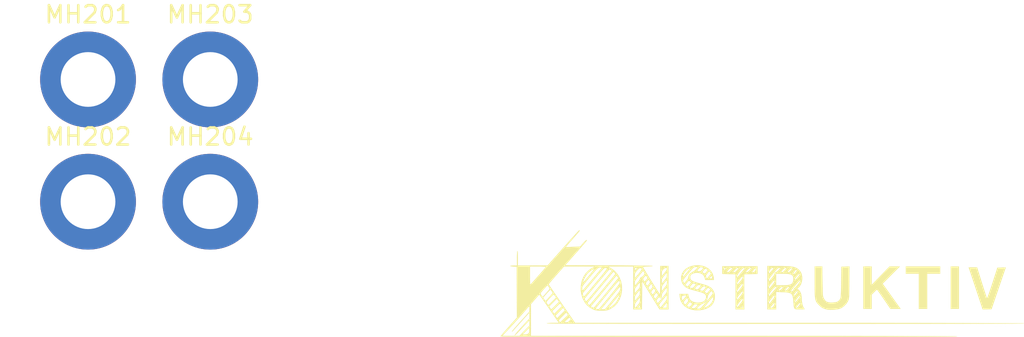
<source format=kicad_pcb>
(kicad_pcb (version 20171130) (host pcbnew 5.1.4-e60b266~84~ubuntu18.04.1)

  (general
    (thickness 1.6)
    (drawings 0)
    (tracks 0)
    (zones 0)
    (modules 5)
    (nets 1)
  )

  (page A4)
  (title_block
    (company "Konstruktiv GbR")
  )

  (layers
    (0 F.Cu signal)
    (31 B.Cu signal)
    (32 B.Adhes user)
    (33 F.Adhes user)
    (34 B.Paste user)
    (35 F.Paste user)
    (36 B.SilkS user)
    (37 F.SilkS user)
    (38 B.Mask user)
    (39 F.Mask user)
    (40 Dwgs.User user)
    (41 Cmts.User user)
    (42 Eco1.User user)
    (43 Eco2.User user)
    (44 Edge.Cuts user)
    (45 Margin user)
    (46 B.CrtYd user)
    (47 F.CrtYd user)
    (48 B.Fab user)
    (49 F.Fab user)
  )

  (setup
    (last_trace_width 0.25)
    (user_trace_width 0.2)
    (user_trace_width 0.3)
    (user_trace_width 0.5)
    (user_trace_width 0.7)
    (user_trace_width 1)
    (trace_clearance 0.2)
    (zone_clearance 0.508)
    (zone_45_only no)
    (trace_min 0.2)
    (via_size 0.8)
    (via_drill 0.4)
    (via_min_size 0.4)
    (via_min_drill 0.3)
    (uvia_size 0.3)
    (uvia_drill 0.1)
    (uvias_allowed no)
    (uvia_min_size 0.2)
    (uvia_min_drill 0.1)
    (edge_width 0.15)
    (segment_width 0.2)
    (pcb_text_width 0.3)
    (pcb_text_size 1.5 1.5)
    (mod_edge_width 0.15)
    (mod_text_size 1 1)
    (mod_text_width 0.15)
    (pad_size 1.524 1.524)
    (pad_drill 0.762)
    (pad_to_mask_clearance 0.051)
    (solder_mask_min_width 0.25)
    (aux_axis_origin 0 0)
    (visible_elements FFFFFF7F)
    (pcbplotparams
      (layerselection 0x010fc_ffffffff)
      (usegerberextensions false)
      (usegerberattributes false)
      (usegerberadvancedattributes false)
      (creategerberjobfile false)
      (excludeedgelayer true)
      (linewidth 0.100000)
      (plotframeref false)
      (viasonmask false)
      (mode 1)
      (useauxorigin false)
      (hpglpennumber 1)
      (hpglpenspeed 20)
      (hpglpendiameter 15.000000)
      (psnegative false)
      (psa4output false)
      (plotreference true)
      (plotvalue true)
      (plotinvisibletext false)
      (padsonsilk false)
      (subtractmaskfromsilk false)
      (outputformat 1)
      (mirror false)
      (drillshape 1)
      (scaleselection 1)
      (outputdirectory ""))
  )

  (net 0 "")

  (net_class Default "This is the default net class."
    (clearance 0.2)
    (trace_width 0.25)
    (via_dia 0.8)
    (via_drill 0.4)
    (uvia_dia 0.3)
    (uvia_drill 0.1)
  )

  (module Logos_k:K_Logo_31x7mm_KiCad_k (layer F.Cu) (tedit 0) (tstamp 5D7941D8)
    (at 263 159.5)
    (fp_text reference G*** (at 0 0) (layer F.SilkS) hide
      (effects (font (size 1.524 1.524) (thickness 0.3)))
    )
    (fp_text value LOGO (at 0.75 0) (layer F.SilkS) hide
      (effects (font (size 1.524 1.524) (thickness 0.3)))
    )
    (fp_poly (pts (xy 11.514667 1.495778) (xy 11.034889 1.495778) (xy 11.034889 -0.987777) (xy 11.514667 -0.987777)
      (xy 11.514667 1.495778)) (layer F.SilkS) (width 0.01))
    (fp_poly (pts (xy 10.414 -0.564444) (xy 9.652 -0.564444) (xy 9.652 1.495778) (xy 9.172222 1.495778)
      (xy 9.172222 -0.564444) (xy 8.410222 -0.564444) (xy 8.410222 -0.987777) (xy 10.414 -0.987777)
      (xy 10.414 -0.564444)) (layer F.SilkS) (width 0.01))
    (fp_poly (pts (xy 6.406444 0.092762) (xy 6.931212 -0.447507) (xy 7.45598 -0.987777) (xy 8.056856 -0.987777)
      (xy 7.553979 -0.484317) (xy 7.051101 0.019143) (xy 7.480735 0.623405) (xy 7.601961 0.793808)
      (xy 7.717666 0.95627) (xy 7.822196 1.102868) (xy 7.909899 1.225678) (xy 7.975123 1.316779)
      (xy 8.007477 1.361723) (xy 8.104585 1.495778) (xy 7.51033 1.495778) (xy 7.124714 0.931334)
      (xy 7.016771 0.774439) (xy 6.918913 0.634311) (xy 6.83571 0.51732) (xy 6.771731 0.429841)
      (xy 6.731546 0.378245) (xy 6.719974 0.366889) (xy 6.692274 0.385578) (xy 6.636754 0.434923)
      (xy 6.564661 0.504844) (xy 6.553647 0.515943) (xy 6.406444 0.664998) (xy 6.406444 1.495778)
      (xy 5.926667 1.495778) (xy 5.926667 -0.987777) (xy 6.406444 -0.987777) (xy 6.406444 0.092762)) (layer F.SilkS) (width 0.01))
    (fp_poly (pts (xy 12.852113 -0.049388) (xy 12.919666 0.164693) (xy 12.9826 0.362449) (xy 13.038743 0.537191)
      (xy 13.085925 0.682228) (xy 13.121976 0.790869) (xy 13.144726 0.856425) (xy 13.151167 0.872441)
      (xy 13.162748 0.864629) (xy 13.185608 0.817573) (xy 13.220372 0.729447) (xy 13.267667 0.598427)
      (xy 13.32812 0.422689) (xy 13.402357 0.200408) (xy 13.491004 -0.07024) (xy 13.594688 -0.39108)
      (xy 13.714036 -0.763935) (xy 13.726914 -0.804333) (xy 13.762888 -0.917222) (xy 14.007555 -0.925376)
      (xy 14.116917 -0.928158) (xy 14.200739 -0.928645) (xy 14.246294 -0.926837) (xy 14.250951 -0.925376)
      (xy 14.241849 -0.897847) (xy 14.216291 -0.822265) (xy 14.176103 -0.703981) (xy 14.123105 -0.548344)
      (xy 14.059123 -0.360705) (xy 13.985978 -0.146414) (xy 13.905494 0.089178) (xy 13.834674 0.296334)
      (xy 13.419667 1.509889) (xy 13.161343 1.517968) (xy 12.90302 1.526046) (xy 12.493338 0.297357)
      (xy 12.083656 -0.931333) (xy 12.57496 -0.931333) (xy 12.852113 -0.049388)) (layer F.SilkS) (width 0.01))
    (fp_poly (pts (xy 0.924278 -1.015786) (xy 1.201422 -1.013867) (xy 1.429089 -1.007494) (xy 1.614152 -0.995428)
      (xy 1.763487 -0.97643) (xy 1.883968 -0.949261) (xy 1.98247 -0.912682) (xy 2.065868 -0.865454)
      (xy 2.141037 -0.806338) (xy 2.154529 -0.794055) (xy 2.259826 -0.668586) (xy 2.32281 -0.522)
      (xy 2.34786 -0.343082) (xy 2.348716 -0.296561) (xy 2.328988 -0.108969) (xy 2.273181 0.059124)
      (xy 2.186358 0.195156) (xy 2.127907 0.251216) (xy 2.05261 0.310445) (xy 2.130517 0.371727)
      (xy 2.223975 0.479467) (xy 2.286136 0.626254) (xy 2.312873 0.801659) (xy 2.313602 0.834428)
      (xy 2.322242 1.007732) (xy 2.344999 1.170409) (xy 2.379022 1.308021) (xy 2.421457 1.40613)
      (xy 2.428713 1.417024) (xy 2.466132 1.473326) (xy 2.483418 1.507473) (xy 2.483556 1.508746)
      (xy 2.45733 1.51516) (xy 2.386632 1.520244) (xy 2.283431 1.52335) (xy 2.202326 1.524)
      (xy 2.074924 1.52306) (xy 1.98371 1.51479) (xy 1.92189 1.491022) (xy 1.882669 1.443583)
      (xy 1.875163 1.418167) (xy 1.976163 1.418167) (xy 1.991451 1.442086) (xy 2.032643 1.42892)
      (xy 2.088915 1.384444) (xy 2.134909 1.3335) (xy 2.2026 1.246008) (xy 2.239398 1.190209)
      (xy 2.251188 1.154981) (xy 2.243853 1.1292) (xy 2.243385 1.128433) (xy 2.220025 1.135901)
      (xy 2.173208 1.175498) (xy 2.114285 1.234918) (xy 2.054605 1.301855) (xy 2.005518 1.364003)
      (xy 1.978373 1.409055) (xy 1.976163 1.418167) (xy 1.875163 1.418167) (xy 1.859254 1.364305)
      (xy 1.844851 1.245016) (xy 1.833226 1.085348) (xy 1.919111 1.085348) (xy 1.921596 1.11327)
      (xy 1.933082 1.119608) (xy 1.959618 1.099171) (xy 2.007252 1.046769) (xy 2.082034 0.95721)
      (xy 2.114419 0.91774) (xy 2.182031 0.82726) (xy 2.221411 0.757705) (xy 2.229603 0.716125)
      (xy 2.203649 0.709566) (xy 2.201474 0.71026) (xy 2.16125 0.740846) (xy 2.10331 0.80415)
      (xy 2.03889 0.885243) (xy 1.979228 0.9692) (xy 1.93556 1.041093) (xy 1.919111 1.085348)
      (xy 1.833226 1.085348) (xy 1.832808 1.079615) (xy 1.816645 0.897825) (xy 1.791502 0.760908)
      (xy 1.751682 0.66644) (xy 1.868063 0.66644) (xy 1.868487 0.69772) (xy 1.881481 0.714963)
      (xy 1.895783 0.728023) (xy 1.910292 0.726599) (xy 1.934896 0.70227) (xy 1.97948 0.646612)
      (xy 2.014512 0.601635) (xy 2.072723 0.514177) (xy 2.091384 0.459387) (xy 2.075254 0.442237)
      (xy 2.029094 0.467701) (xy 1.957661 0.540752) (xy 1.957003 0.541538) (xy 1.895804 0.618431)
      (xy 1.868063 0.66644) (xy 1.751682 0.66644) (xy 1.749895 0.662201) (xy 1.684338 0.595042)
      (xy 1.587348 0.552766) (xy 1.451439 0.528712) (xy 1.269126 0.516216) (xy 1.196829 0.51347)
      (xy 0.818444 0.500637) (xy 0.818444 1.524) (xy 0.310444 1.524) (xy 0.310444 1.418167)
      (xy 0.480358 1.418167) (xy 0.498468 1.441768) (xy 0.544681 1.435191) (xy 0.603483 1.404084)
      (xy 0.659359 1.354097) (xy 0.660713 1.352502) (xy 0.708273 1.277139) (xy 0.732041 1.20242)
      (xy 0.732693 1.190224) (xy 0.729893 1.152803) (xy 0.717441 1.143865) (xy 0.687096 1.16769)
      (xy 0.630616 1.22856) (xy 0.606274 1.255889) (xy 0.542614 1.330416) (xy 0.497299 1.388908)
      (xy 0.480358 1.418167) (xy 0.310444 1.418167) (xy 0.310444 1.139087) (xy 0.395111 1.139087)
      (xy 0.397883 1.194035) (xy 0.403593 1.213556) (xy 0.424 1.193285) (xy 0.471573 1.138975)
      (xy 0.53787 1.06038) (xy 0.57478 1.01578) (xy 0.658774 0.908377) (xy 0.70803 0.830499)
      (xy 0.728148 0.772195) (xy 0.728575 0.74257) (xy 0.722035 0.710004) (xy 0.707926 0.701893)
      (xy 0.679247 0.723281) (xy 0.628991 0.779215) (xy 0.557389 0.865877) (xy 0.4621 0.992514)
      (xy 0.407884 1.08825) (xy 0.395111 1.139087) (xy 0.310444 1.139087) (xy 0.310444 0.689082)
      (xy 0.395111 0.689082) (xy 0.398151 0.743306) (xy 0.404235 0.762) (xy 0.424938 0.741782)
      (xy 0.473939 0.687038) (xy 0.543435 0.606635) (xy 0.609076 0.529167) (xy 0.667496 0.459713)
      (xy 1.690086 0.459713) (xy 1.695163 0.480845) (xy 1.696283 0.481601) (xy 1.736666 0.477728)
      (xy 1.788112 0.440215) (xy 1.834667 0.384983) (xy 1.860375 0.32795) (xy 1.861652 0.316615)
      (xy 1.885324 0.275578) (xy 1.903933 0.264616) (xy 1.947868 0.232261) (xy 2.009882 0.167906)
      (xy 2.080264 0.084169) (xy 2.149304 -0.006332) (xy 2.207291 -0.090978) (xy 2.244516 -0.157152)
      (xy 2.252757 -0.188671) (xy 2.235887 -0.193485) (xy 2.192775 -0.160347) (xy 2.121322 -0.087188)
      (xy 2.019427 0.028062) (xy 1.950193 0.109493) (xy 1.836305 0.246867) (xy 1.757258 0.347706)
      (xy 1.709651 0.416994) (xy 1.690086 0.459713) (xy 0.667496 0.459713) (xy 0.715701 0.402404)
      (xy 0.715898 0.402167) (xy 0.960383 0.402167) (xy 0.977305 0.427038) (xy 1.022457 0.419683)
      (xy 1.023894 0.418873) (xy 1.339328 0.418873) (xy 1.368076 0.423303) (xy 1.378912 0.423334)
      (xy 1.429273 0.402702) (xy 1.492722 0.350395) (xy 1.522718 0.3175) (xy 1.572447 0.252188)
      (xy 1.585788 0.217045) (xy 1.566348 0.20241) (xy 1.56575 0.202281) (xy 1.506941 0.211686)
      (xy 1.440185 0.266783) (xy 1.37965 0.343216) (xy 1.343143 0.396909) (xy 1.339328 0.418873)
      (xy 1.023894 0.418873) (xy 1.082378 0.38593) (xy 1.143611 0.331606) (xy 1.155899 0.3175)
      (xy 1.206093 0.254119) (xy 1.222203 0.221229) (xy 1.207481 0.206987) (xy 1.18739 0.202808)
      (xy 1.139848 0.217404) (xy 1.075924 0.261366) (xy 1.013369 0.319104) (xy 0.969934 0.375029)
      (xy 0.960383 0.402167) (xy 0.715898 0.402167) (xy 0.790281 0.312761) (xy 0.836722 0.253842)
      (xy 0.85893 0.219252) (xy 0.86081 0.202594) (xy 0.846269 0.197474) (xy 0.819211 0.197496)
      (xy 0.811585 0.197556) (xy 0.758412 0.219697) (xy 0.686182 0.278112) (xy 0.605071 0.360792)
      (xy 0.525256 0.455728) (xy 0.456913 0.550908) (xy 0.410218 0.634322) (xy 0.395111 0.689082)
      (xy 0.310444 0.689082) (xy 0.310444 0.232834) (xy 0.395575 0.232834) (xy 0.39912 0.289209)
      (xy 0.407455 0.310445) (xy 0.43001 0.290422) (xy 0.479614 0.236975) (xy 0.547178 0.160039)
      (xy 0.576788 0.125394) (xy 0.669543 0.006784) (xy 0.720334 -0.081806) (xy 0.73255 -0.135661)
      (xy 0.729311 -0.16891) (xy 0.716214 -0.177407) (xy 0.686052 -0.156566) (xy 0.631616 -0.101801)
      (xy 0.563681 -0.028222) (xy 0.468901 0.083017) (xy 0.414366 0.166618) (xy 0.395656 0.229446)
      (xy 0.395575 0.232834) (xy 0.310444 0.232834) (xy 0.310444 -0.18928) (xy 0.395111 -0.18928)
      (xy 0.401226 -0.136737) (xy 0.41633 -0.12638) (xy 0.418374 -0.128411) (xy 0.446801 -0.161552)
      (xy 0.501206 -0.225259) (xy 0.570986 -0.307112) (xy 0.587708 -0.326745) (xy 0.680404 -0.447587)
      (xy 0.72753 -0.538647) (xy 0.732129 -0.564444) (xy 0.818444 -0.564444) (xy 0.818444 0.112889)
      (xy 1.164167 0.112732) (xy 1.308833 0.110368) (xy 1.442373 0.104061) (xy 1.549334 0.094793)
      (xy 1.611491 0.084351) (xy 1.722095 0.034153) (xy 1.791021 -0.047648) (xy 1.824638 -0.169166)
      (xy 1.826926 -0.190214) (xy 1.828653 -0.247429) (xy 1.919111 -0.247429) (xy 1.924909 -0.210002)
      (xy 1.945684 -0.206241) (xy 1.986509 -0.239606) (xy 2.052456 -0.313557) (xy 2.099291 -0.370345)
      (xy 2.176943 -0.474015) (xy 2.211668 -0.541149) (xy 2.208925 -0.568141) (xy 2.178279 -0.56332)
      (xy 2.126302 -0.524128) (xy 2.063843 -0.462568) (xy 2.001747 -0.390644) (xy 1.950863 -0.320359)
      (xy 1.922036 -0.263718) (xy 1.919111 -0.247429) (xy 1.828653 -0.247429) (xy 1.830547 -0.310129)
      (xy 1.81252 -0.402186) (xy 1.767115 -0.46981) (xy 1.688598 -0.516424) (xy 1.571237 -0.545451)
      (xy 1.409299 -0.560317) (xy 1.200351 -0.564444) (xy 0.818444 -0.564444) (xy 0.732129 -0.564444)
      (xy 0.732413 -0.56604) (xy 1.82178 -0.56604) (xy 1.842705 -0.538161) (xy 1.857277 -0.536731)
      (xy 1.885002 -0.556953) (xy 1.934311 -0.608038) (xy 1.967729 -0.646803) (xy 2.020364 -0.716231)
      (xy 2.037015 -0.758726) (xy 2.022369 -0.786495) (xy 2.021618 -0.787127) (xy 1.989976 -0.795237)
      (xy 1.947764 -0.76638) (xy 1.893869 -0.70504) (xy 1.839345 -0.624013) (xy 1.82178 -0.56604)
      (xy 0.732413 -0.56604) (xy 0.733778 -0.573689) (xy 0.744224 -0.630301) (xy 0.78455 -0.648646)
      (xy 0.798357 -0.649111) (xy 0.831942 -0.662252) (xy 1.110446 -0.662252) (xy 1.133371 -0.650067)
      (xy 1.164367 -0.649111) (xy 1.228523 -0.669586) (xy 1.229315 -0.670277) (xy 1.496541 -0.670277)
      (xy 1.51312 -0.644835) (xy 1.557445 -0.65257) (xy 1.61663 -0.687478) (xy 1.677791 -0.743553)
      (xy 1.693319 -0.761981) (xy 1.743929 -0.831175) (xy 1.759298 -0.870277) (xy 1.74329 -0.889899)
      (xy 1.740352 -0.891107) (xy 1.702375 -0.880285) (xy 1.643852 -0.839698) (xy 1.580072 -0.783193)
      (xy 1.526322 -0.724616) (xy 1.497889 -0.677816) (xy 1.496541 -0.670277) (xy 1.229315 -0.670277)
      (xy 1.303162 -0.734657) (xy 1.339045 -0.776111) (xy 1.395925 -0.847052) (xy 1.419619 -0.884988)
      (xy 1.413124 -0.900234) (xy 1.379439 -0.903106) (xy 1.375947 -0.903111) (xy 1.304191 -0.878001)
      (xy 1.216836 -0.801831) (xy 1.131077 -0.6985) (xy 1.110446 -0.662252) (xy 0.831942 -0.662252)
      (xy 0.863964 -0.674781) (xy 0.946091 -0.749618) (xy 0.969095 -0.776111) (xy 1.075254 -0.903111)
      (xy 0.996238 -0.901473) (xy 0.958187 -0.893741) (xy 0.914544 -0.867893) (xy 0.85845 -0.817615)
      (xy 0.783047 -0.736592) (xy 0.681477 -0.618511) (xy 0.656167 -0.588397) (xy 0.547244 -0.455842)
      (xy 0.471756 -0.356816) (xy 0.424637 -0.283574) (xy 0.40082 -0.228372) (xy 0.395111 -0.18928)
      (xy 0.310444 -0.18928) (xy 0.310444 -0.629827) (xy 0.395422 -0.629827) (xy 0.397508 -0.59145)
      (xy 0.40864 -0.580012) (xy 0.436726 -0.599792) (xy 0.489673 -0.655071) (xy 0.535312 -0.705555)
      (xy 0.603136 -0.783482) (xy 0.653138 -0.845686) (xy 0.675695 -0.880113) (xy 0.676111 -0.881944)
      (xy 0.653046 -0.898125) (xy 0.610127 -0.903111) (xy 0.544626 -0.878687) (xy 0.47822 -0.816873)
      (xy 0.424408 -0.734853) (xy 0.396691 -0.64981) (xy 0.395422 -0.629827) (xy 0.310444 -0.629827)
      (xy 0.310444 -1.016) (xy 0.924278 -1.015786)) (layer F.SilkS) (width 0.01))
    (fp_poly (pts (xy -0.268111 -0.550333) (xy -0.656167 -0.542481) (xy -1.044222 -0.534629) (xy -1.044222 1.524)
      (xy -1.552222 1.524) (xy -1.552222 1.414567) (xy -1.213556 1.414567) (xy -1.190646 1.436555)
      (xy -1.171222 1.439334) (xy -1.136832 1.415488) (xy -1.128889 1.379434) (xy -1.135068 1.338663)
      (xy -1.161409 1.346852) (xy -1.171222 1.354667) (xy -1.2067 1.395407) (xy -1.213556 1.414567)
      (xy -1.552222 1.414567) (xy -1.552222 1.338524) (xy -1.467556 1.338524) (xy -1.463906 1.39259)
      (xy -1.456647 1.411112) (xy -1.435187 1.390777) (xy -1.386919 1.33634) (xy -1.320447 1.257649)
      (xy -1.285299 1.215007) (xy -1.201576 1.10707) (xy -1.152924 1.028753) (xy -1.133912 0.970359)
      (xy -1.13393 0.944709) (xy -1.140686 0.91283) (xy -1.155253 0.90549) (xy -1.184649 0.92775)
      (xy -1.235895 0.98467) (xy -1.305278 1.068226) (xy -1.39733 1.189711) (xy -1.452287 1.283759)
      (xy -1.467556 1.338524) (xy -1.552222 1.338524) (xy -1.552222 0.907276) (xy -1.467556 0.907276)
      (xy -1.465694 0.944825) (xy -1.455638 0.957846) (xy -1.430677 0.941702) (xy -1.384105 0.891756)
      (xy -1.309211 0.803369) (xy -1.298222 0.790223) (xy -1.210557 0.677475) (xy -1.1524 0.585831)
      (xy -1.129096 0.523838) (xy -1.128889 0.519553) (xy -1.133272 0.467687) (xy -1.141233 0.451556)
      (xy -1.163787 0.471579) (xy -1.213392 0.525026) (xy -1.280956 0.601962) (xy -1.310566 0.636606)
      (xy -1.397607 0.746289) (xy -1.44782 0.828815) (xy -1.466948 0.894089) (xy -1.467556 0.907276)
      (xy -1.552222 0.907276) (xy -1.552222 0.461753) (xy -1.467556 0.461753) (xy -1.464783 0.516701)
      (xy -1.459073 0.536223) (xy -1.438667 0.515952) (xy -1.391094 0.461641) (xy -1.324796 0.383046)
      (xy -1.287887 0.338446) (xy -1.203892 0.231043) (xy -1.154637 0.153166) (xy -1.134519 0.094862)
      (xy -1.134091 0.065237) (xy -1.140632 0.03267) (xy -1.15474 0.024559) (xy -1.18342 0.045948)
      (xy -1.233675 0.101881) (xy -1.305278 0.188543) (xy -1.400566 0.315181) (xy -1.454782 0.410917)
      (xy -1.467556 0.461753) (xy -1.552222 0.461753) (xy -1.552222 0.019823) (xy -1.466872 0.019823)
      (xy -1.466871 0.019943) (xy -1.464396 0.056337) (xy -1.452751 0.067165) (xy -1.42436 0.048001)
      (xy -1.371646 -0.005583) (xy -1.312019 -0.070555) (xy -1.237021 -0.158039) (xy -1.177314 -0.237154)
      (xy -1.143683 -0.293368) (xy -1.140871 -0.301156) (xy -1.126346 -0.377498) (xy -1.138664 -0.406409)
      (xy -1.178534 -0.387687) (xy -1.24666 -0.321125) (xy -1.305278 -0.253491) (xy -1.397723 -0.134387)
      (xy -1.450388 -0.045312) (xy -1.466872 0.019823) (xy -1.552222 0.019823) (xy -1.552222 -0.411041)
      (xy -1.466541 -0.411041) (xy -1.465526 -0.324555) (xy -1.403041 -0.399503) (xy -1.357548 -0.454111)
      (xy -1.287679 -0.538029) (xy -1.205157 -0.637174) (xy -1.195224 -0.649111) (xy -0.966864 -0.649111)
      (xy -0.896054 -0.649111) (xy -0.59651 -0.649111) (xy -0.525633 -0.649111) (xy -0.451632 -0.673179)
      (xy -0.410823 -0.711835) (xy -0.376696 -0.786097) (xy -0.366889 -0.843209) (xy -0.369458 -0.889946)
      (xy -0.386647 -0.891823) (xy -0.426379 -0.858096) (xy -0.486853 -0.794793) (xy -0.54119 -0.726722)
      (xy -0.59651 -0.649111) (xy -0.896054 -0.649111) (xy -0.832953 -0.66889) (xy -0.759553 -0.732108)
      (xy -0.719347 -0.778344) (xy -0.61345 -0.907578) (xy -0.69141 -0.898289) (xy -0.771373 -0.863072)
      (xy -0.860959 -0.777627) (xy -0.868117 -0.769055) (xy -0.966864 -0.649111) (xy -1.195224 -0.649111)
      (xy -1.162212 -0.68878) (xy -1.082001 -0.786314) (xy -1.034614 -0.848742) (xy -1.016165 -0.883834)
      (xy -1.022767 -0.899359) (xy -1.050536 -0.903087) (xy -1.055011 -0.903111) (xy -1.113144 -0.880509)
      (xy -1.188509 -0.820884) (xy -1.270845 -0.736508) (xy -1.349889 -0.639653) (xy -1.415376 -0.54259)
      (xy -1.457045 -0.45759) (xy -1.466541 -0.411041) (xy -1.552222 -0.411041) (xy -1.552222 -0.534629)
      (xy -1.940278 -0.542481) (xy -2.328333 -0.550333) (xy -2.328333 -0.672985) (xy -2.054138 -0.672985)
      (xy -2.045151 -0.654081) (xy -2.004049 -0.649965) (xy -1.996722 -0.650036) (xy -1.963862 -0.663141)
      (xy -1.693333 -0.663141) (xy -1.669217 -0.652392) (xy -1.626178 -0.649111) (xy -1.558707 -0.674198)
      (xy -1.476526 -0.75066) (xy -1.454955 -0.776111) (xy -1.397866 -0.847131) (xy -1.373893 -0.885043)
      (xy -1.38018 -0.900237) (xy -1.413871 -0.903102) (xy -1.420049 -0.903111) (xy -1.492582 -0.877388)
      (xy -1.579656 -0.80272) (xy -1.591272 -0.790141) (xy -1.648022 -0.724939) (xy -1.685078 -0.67779)
      (xy -1.693333 -0.663141) (xy -1.963862 -0.663141) (xy -1.935359 -0.674508) (xy -1.857517 -0.741599)
      (xy -1.82542 -0.777036) (xy -1.717618 -0.903111) (xy -1.797198 -0.902602) (xy -1.866383 -0.884848)
      (xy -1.937616 -0.826692) (xy -1.9685 -0.791611) (xy -2.029193 -0.715791) (xy -2.054138 -0.672985)
      (xy -2.328333 -0.672985) (xy -2.328333 -0.83089) (xy -2.229556 -0.83089) (xy -2.219015 -0.782169)
      (xy -2.191122 -0.783883) (xy -2.151474 -0.834895) (xy -2.144048 -0.848238) (xy -2.129799 -0.890159)
      (xy -2.158132 -0.902771) (xy -2.172118 -0.903111) (xy -2.21664 -0.887492) (xy -2.229552 -0.832356)
      (xy -2.229556 -0.83089) (xy -2.328333 -0.83089) (xy -2.328333 -1.001888) (xy -0.268111 -1.001888)
      (xy -0.268111 -0.550333)) (layer F.SilkS) (width 0.01))
    (fp_poly (pts (xy 5.102584 -0.050553) (xy 5.100173 0.204887) (xy 5.09773 0.410456) (xy 5.094798 0.572726)
      (xy 5.090919 0.698268) (xy 5.085635 0.793654) (xy 5.078489 0.865456) (xy 5.069024 0.920246)
      (xy 5.056781 0.964595) (xy 5.041303 1.005076) (xy 5.026778 1.037998) (xy 4.936706 1.18389)
      (xy 4.809848 1.319185) (xy 4.663602 1.427656) (xy 4.55067 1.482002) (xy 4.450703 1.507232)
      (xy 4.313413 1.527526) (xy 4.157875 1.540172) (xy 4.134556 1.541225) (xy 3.984834 1.544508)
      (xy 3.870883 1.538929) (xy 3.772438 1.522401) (xy 3.671209 1.493481) (xy 3.55605 1.448507)
      (xy 3.460304 1.390256) (xy 3.361252 1.304093) (xy 3.331424 1.274579) (xy 3.266897 1.207921)
      (xy 3.214273 1.146415) (xy 3.17234 1.083588) (xy 3.139885 1.012967) (xy 3.115696 0.928078)
      (xy 3.098559 0.82245) (xy 3.087264 0.689608) (xy 3.080597 0.52308) (xy 3.077346 0.316393)
      (xy 3.076299 0.063074) (xy 3.076222 -0.087907) (xy 3.076222 -0.987777) (xy 3.520482 -0.987777)
      (xy 3.532874 -0.117813) (xy 3.536477 0.126948) (xy 3.53991 0.32209) (xy 3.543723 0.474432)
      (xy 3.548466 0.590796) (xy 3.55469 0.678003) (xy 3.562945 0.742871) (xy 3.573782 0.792223)
      (xy 3.58775 0.832878) (xy 3.605401 0.871657) (xy 3.614132 0.8892) (xy 3.67951 0.995359)
      (xy 3.757075 1.066388) (xy 3.858111 1.107506) (xy 3.993904 1.123933) (xy 4.120444 1.123368)
      (xy 4.273639 1.111475) (xy 4.384749 1.084355) (xy 4.467437 1.035636) (xy 4.535364 0.95895)
      (xy 4.562562 0.917223) (xy 4.577102 0.888955) (xy 4.588899 0.852472) (xy 4.598372 0.801503)
      (xy 4.605939 0.729778) (xy 4.612018 0.631026) (xy 4.617027 0.498978) (xy 4.621385 0.327363)
      (xy 4.625509 0.109912) (xy 4.628444 -0.070555) (xy 4.642556 -0.973666) (xy 4.876806 -0.981886)
      (xy 5.111057 -0.990106) (xy 5.102584 -0.050553)) (layer F.SilkS) (width 0.01))
    (fp_poly (pts (xy -3.5167 -1.033567) (xy -3.313924 -0.966678) (xy -3.138257 -0.864434) (xy -2.995792 -0.730616)
      (xy -2.89262 -0.569006) (xy -2.834832 -0.383384) (xy -2.827989 -0.331611) (xy -2.815041 -0.197555)
      (xy -3.323521 -0.197555) (xy -3.354808 -0.321806) (xy -3.395711 -0.416108) (xy -3.283958 -0.416108)
      (xy -3.269028 -0.365394) (xy -3.236086 -0.270897) (xy -3.226121 -0.282222) (xy -3.080066 -0.282222)
      (xy -2.99294 -0.282222) (xy -2.933494 -0.286974) (xy -2.91635 -0.311794) (xy -2.924433 -0.359833)
      (xy -2.941807 -0.424202) (xy -2.959585 -0.439731) (xy -2.990432 -0.407587) (xy -3.018621 -0.368513)
      (xy -3.080066 -0.282222) (xy -3.226121 -0.282222) (xy -3.113821 -0.409842) (xy -3.051322 -0.483529)
      (xy -3.00725 -0.540572) (xy -2.991556 -0.5676) (xy -3.007567 -0.600989) (xy -3.042933 -0.649862)
      (xy -3.094311 -0.71331) (xy -3.19814 -0.5866) (xy -3.256068 -0.512401) (xy -3.282674 -0.461814)
      (xy -3.283958 -0.416108) (xy -3.395711 -0.416108) (xy -3.408125 -0.444728) (xy -3.471182 -0.517652)
      (xy -3.580897 -0.57925) (xy -3.717715 -0.612145) (xy -3.863827 -0.616257) (xy -4.001424 -0.591506)
      (xy -4.112698 -0.537812) (xy -4.13348 -0.520635) (xy -4.183108 -0.462671) (xy -4.200943 -0.397753)
      (xy -4.199671 -0.332382) (xy -4.188491 -0.265989) (xy -4.161135 -0.211088) (xy -4.11081 -0.163774)
      (xy -4.030721 -0.120138) (xy -3.914076 -0.076274) (xy -3.754079 -0.028275) (xy -3.597783 0.013774)
      (xy -3.383829 0.073469) (xy -3.217229 0.130016) (xy -3.089464 0.188286) (xy -2.992016 0.253152)
      (xy -2.916367 0.329486) (xy -2.853999 0.422159) (xy -2.840234 0.447049) (xy -2.789284 0.557777)
      (xy -2.765431 0.661236) (xy -2.760487 0.774455) (xy -2.785204 0.983243) (xy -2.857083 1.161101)
      (xy -2.976597 1.308821) (xy -3.144221 1.427196) (xy -3.154424 1.432649) (xy -3.386278 1.524808)
      (xy -3.640093 1.572598) (xy -3.900874 1.574313) (xy -4.106333 1.540899) (xy -4.294922 1.474612)
      (xy -3.808797 1.474612) (xy -3.785808 1.489861) (xy -3.726628 1.491321) (xy -3.649731 1.47927)
      (xy -3.621671 1.471798) (xy -3.587033 1.445502) (xy -3.572525 1.430921) (xy -3.412151 1.430921)
      (xy -3.397604 1.436553) (xy -3.358444 1.426043) (xy -3.291228 1.399348) (xy -3.203865 1.356228)
      (xy -3.166755 1.335738) (xy -3.052282 1.24902) (xy -2.953332 1.135869) (xy -2.884073 1.01449)
      (xy -2.862597 0.944931) (xy -2.849902 0.859298) (xy -2.853226 0.812162) (xy -2.875922 0.804958)
      (xy -2.921345 0.839123) (xy -2.992848 0.916092) (xy -3.093787 1.037302) (xy -3.101995 1.047424)
      (xy -3.194176 1.161069) (xy -3.276879 1.262741) (xy -3.341873 1.34234) (xy -3.380925 1.389766)
      (xy -3.384217 1.393696) (xy -3.412151 1.430921) (xy -3.572525 1.430921) (xy -3.525191 1.383351)
      (xy -3.443066 1.293641) (xy -3.347575 1.184665) (xy -3.245637 1.064716) (xy -3.14417 0.942088)
      (xy -3.050094 0.825074) (xy -2.970328 0.721969) (xy -2.911789 0.641066) (xy -2.881397 0.590658)
      (xy -2.878667 0.581139) (xy -2.891891 0.537607) (xy -2.921901 0.488735) (xy -2.954201 0.454624)
      (xy -2.972076 0.4516) (xy -3.081084 0.575838) (xy -3.149397 0.678934) (xy -3.183012 0.77146)
      (xy -3.189111 0.834244) (xy -3.215662 0.96236) (xy -3.289106 1.073933) (xy -3.400134 1.157624)
      (xy -3.481006 1.189763) (xy -3.552746 1.223241) (xy -3.635789 1.280459) (xy -3.715658 1.348836)
      (xy -3.777873 1.41579) (xy -3.807955 1.468738) (xy -3.808797 1.474612) (xy -4.294922 1.474612)
      (xy -4.333993 1.460879) (xy -4.400932 1.419012) (xy -4.11977 1.419012) (xy -4.10674 1.439417)
      (xy -4.0964 1.444406) (xy -4.007297 1.464853) (xy -3.930424 1.44092) (xy -3.852512 1.367985)
      (xy -3.842683 1.355995) (xy -3.75303 1.244434) (xy -3.853232 1.225636) (xy -3.916848 1.218664)
      (xy -3.964194 1.233432) (xy -4.015453 1.279299) (xy -4.048172 1.316031) (xy -4.101698 1.381743)
      (xy -4.11977 1.419012) (xy -4.400932 1.419012) (xy -4.520726 1.344088) (xy -4.554539 1.308489)
      (xy -4.389804 1.308489) (xy -4.373308 1.333871) (xy -4.357684 1.345983) (xy -4.29 1.379039)
      (xy -4.228844 1.365611) (xy -4.162316 1.305278) (xy -4.116809 1.246117) (xy -4.09377 1.201618)
      (xy -4.093114 1.197158) (xy -4.112722 1.167321) (xy -4.15832 1.132203) (xy -4.208087 1.105628)
      (xy -4.240203 1.101423) (xy -4.241763 1.102976) (xy -4.263239 1.130208) (xy -4.30734 1.184953)
      (xy -4.329217 1.211928) (xy -4.376269 1.273312) (xy -4.389804 1.308489) (xy -4.554539 1.308489)
      (xy -4.664579 1.192637) (xy -4.70767 1.112556) (xy -4.59938 1.112556) (xy -4.582923 1.150745)
      (xy -4.545036 1.1991) (xy -4.505419 1.234608) (xy -4.490015 1.240322) (xy -4.464269 1.219298)
      (xy -4.416849 1.167139) (xy -4.383309 1.126568) (xy -4.331328 1.058807) (xy -4.310765 1.014938)
      (xy -4.31735 0.975121) (xy -4.340976 0.929873) (xy -4.388556 0.845476) (xy -4.493547 0.966016)
      (xy -4.551171 1.036288) (xy -4.589663 1.091092) (xy -4.59938 1.112556) (xy -4.70767 1.112556)
      (xy -4.763593 1.008632) (xy -4.798789 0.86409) (xy -4.703278 0.86409) (xy -4.693267 0.932756)
      (xy -4.673485 0.979388) (xy -4.658788 0.987778) (xy -4.629451 0.967599) (xy -4.578183 0.915468)
      (xy -4.533066 0.863084) (xy -4.47758 0.79272) (xy -4.440471 0.740588) (xy -4.430889 0.721973)
      (xy -4.454753 0.706774) (xy -4.512682 0.703976) (xy -4.584185 0.711513) (xy -4.64877 0.727314)
      (xy -4.684632 0.74758) (xy -4.701179 0.79512) (xy -4.703278 0.86409) (xy -4.798789 0.86409)
      (xy -4.815812 0.794181) (xy -4.818095 0.773993) (xy -4.833897 0.620889) (xy -4.322961 0.620889)
      (xy -4.304681 0.729088) (xy -4.255312 0.884971) (xy -4.165991 1.001987) (xy -4.035946 1.080685)
      (xy -3.864405 1.121616) (xy -3.745376 1.128269) (xy -3.564923 1.11192) (xy -3.425814 1.062624)
      (xy -3.330317 0.981956) (xy -3.280698 0.871487) (xy -3.273778 0.80115) (xy -3.279515 0.732006)
      (xy -3.301079 0.675118) (xy -3.344996 0.626576) (xy -3.417794 0.582468) (xy -3.526001 0.538882)
      (xy -3.676145 0.491909) (xy -3.694851 0.486797) (xy -3.367525 0.486797) (xy -3.299485 0.539899)
      (xy -3.231444 0.593001) (xy -3.123248 0.473652) (xy -3.015051 0.354303) (xy -3.076985 0.304152)
      (xy -3.12793 0.26771) (xy -3.15696 0.254509) (xy -3.18361 0.274735) (xy -3.232697 0.326133)
      (xy -3.271262 0.370908) (xy -3.367525 0.486797) (xy -3.694851 0.486797) (xy -3.874752 0.437636)
      (xy -3.884905 0.434966) (xy -4.032666 0.395161) (xy -3.645449 0.395161) (xy -3.579558 0.42157)
      (xy -3.515616 0.442876) (xy -3.468901 0.439419) (xy -3.422054 0.404327) (xy -3.361472 0.335258)
      (xy -3.307193 0.26445) (xy -3.288786 0.222127) (xy -3.301812 0.197265) (xy -3.305027 0.195088)
      (xy -3.386815 0.169323) (xy -3.468966 0.19742) (xy -3.554604 0.280466) (xy -3.55602 0.282247)
      (xy -3.645449 0.395161) (xy -4.032666 0.395161) (xy -4.069869 0.385139) (xy -4.209916 0.343511)
      (xy -4.303633 0.309946) (xy -3.918806 0.309946) (xy -3.891658 0.34125) (xy -3.8735 0.347435)
      (xy -3.809241 0.359358) (xy -3.760661 0.34895) (xy -3.710056 0.308095) (xy -3.65592 0.247685)
      (xy -3.599626 0.178797) (xy -3.5777 0.139436) (xy -3.585843 0.118009) (xy -3.604332 0.108558)
      (xy -3.691574 0.08884) (xy -3.765464 0.111874) (xy -3.837793 0.176389) (xy -3.901184 0.256584)
      (xy -3.918806 0.309946) (xy -4.303633 0.309946) (xy -4.315176 0.305812) (xy -4.395781 0.26777)
      (xy -4.460821 0.225785) (xy -4.227055 0.225785) (xy -4.221873 0.24822) (xy -4.189502 0.261292)
      (xy -4.183944 0.262768) (xy -4.104652 0.275596) (xy -4.04453 0.258914) (xy -3.984188 0.204719)
      (xy -3.953001 0.167463) (xy -3.903333 0.10101) (xy -3.875187 0.054056) (xy -3.872725 0.040757)
      (xy -3.906136 0.02733) (xy -3.969731 0.011799) (xy -3.969877 0.01177) (xy -4.025914 0.0072)
      (xy -4.071023 0.027069) (xy -4.123205 0.081236) (xy -4.144208 0.107259) (xy -4.202137 0.182595)
      (xy -4.227055 0.225785) (xy -4.460821 0.225785) (xy -4.461864 0.225112) (xy -4.523554 0.173567)
      (xy -4.53913 0.159119) (xy -4.606246 0.084401) (xy -4.493915 0.084401) (xy -4.360333 0.196859)
      (xy -4.254576 0.077263) (xy -4.197125 0.009854) (xy -4.159053 -0.0395) (xy -4.14963 -0.056444)
      (xy -4.170517 -0.081256) (xy -4.218274 -0.119878) (xy -4.257862 -0.145587) (xy -4.288558 -0.14755)
      (xy -4.324531 -0.119375) (xy -4.379949 -0.054671) (xy -4.390011 -0.042399) (xy -4.493915 0.084401)
      (xy -4.606246 0.084401) (xy -4.636099 0.051167) (xy -4.694772 -0.062648) (xy -4.72041 -0.173213)
      (xy -4.628444 -0.173213) (xy -4.617549 -0.127705) (xy -4.594594 -0.069473) (xy -4.560744 0.00482)
      (xy -4.440456 -0.131645) (xy -4.376476 -0.214071) (xy -4.332575 -0.289554) (xy -4.319084 -0.334401)
      (xy -4.290264 -0.464569) (xy -4.210454 -0.574474) (xy -4.08893 -0.655687) (xy -3.49909 -0.655687)
      (xy -3.435823 -0.611546) (xy -3.385437 -0.578942) (xy -3.350149 -0.573233) (xy -3.313585 -0.599886)
      (xy -3.25937 -0.664366) (xy -3.252693 -0.672674) (xy -3.165717 -0.780904) (xy -3.245493 -0.828029)
      (xy -3.294403 -0.854035) (xy -3.328652 -0.854381) (xy -3.36567 -0.822522) (xy -3.41218 -0.76542)
      (xy -3.49909 -0.655687) (xy -4.08893 -0.655687) (xy -4.08282 -0.65977) (xy -4.081767 -0.660269)
      (xy -3.970273 -0.728163) (xy -3.957805 -0.738897) (xy -3.790666 -0.738897) (xy -3.784161 -0.71448)
      (xy -3.741086 -0.706261) (xy -3.701022 -0.705555) (xy -3.613554 -0.716084) (xy -3.548622 -0.757179)
      (xy -3.516175 -0.792387) (xy -3.462028 -0.862765) (xy -3.449015 -0.904432) (xy -3.478142 -0.928373)
      (xy -3.529846 -0.941624) (xy -3.593626 -0.945801) (xy -3.644328 -0.920269) (xy -3.692123 -0.870434)
      (xy -3.76014 -0.788039) (xy -3.790666 -0.738897) (xy -3.957805 -0.738897) (xy -3.869736 -0.814716)
      (xy -3.843441 -0.844395) (xy -3.750896 -0.959555) (xy -3.87217 -0.957985) (xy -3.916799 -0.956275)
      (xy -3.954727 -0.948449) (xy -3.992909 -0.928508) (xy -4.0383 -0.890454) (xy -4.097856 -0.828288)
      (xy -4.178531 -0.73601) (xy -4.287279 -0.607623) (xy -4.310944 -0.579537) (xy -4.414328 -0.455207)
      (xy -4.503631 -0.344731) (xy -4.57294 -0.25568) (xy -4.616339 -0.195623) (xy -4.628444 -0.173213)
      (xy -4.72041 -0.173213) (xy -4.727545 -0.203983) (xy -4.730027 -0.395082) (xy -4.721126 -0.427215)
      (xy -4.628444 -0.427215) (xy -4.624677 -0.379157) (xy -4.617218 -0.36924) (xy -4.595637 -0.394246)
      (xy -4.545331 -0.453468) (xy -4.473906 -0.537928) (xy -4.392843 -0.634051) (xy -4.310543 -0.733754)
      (xy -4.24502 -0.816974) (xy -4.20301 -0.874879) (xy -4.191129 -0.898535) (xy -4.2196 -0.891921)
      (xy -4.280648 -0.862729) (xy -4.333026 -0.833511) (xy -4.430845 -0.758867) (xy -4.519848 -0.660823)
      (xy -4.588495 -0.555255) (xy -4.625243 -0.458035) (xy -4.628444 -0.427215) (xy -4.721126 -0.427215)
      (xy -4.681222 -0.571262) (xy -4.585369 -0.727755) (xy -4.446707 -0.859789) (xy -4.269475 -0.962595)
      (xy -4.057911 -1.031403) (xy -3.979216 -1.046158) (xy -3.740495 -1.061321) (xy -3.5167 -1.033567)) (layer F.SilkS) (width 0.01))
    (fp_poly (pts (xy -10.6685 -3.086308) (xy -10.668 -3.081967) (xy -10.685945 -3.055179) (xy -10.736172 -2.992773)
      (xy -10.813267 -2.901145) (xy -10.911821 -2.786689) (xy -11.026419 -2.655802) (xy -11.077643 -2.597906)
      (xy -11.196529 -2.462933) (xy -11.300863 -2.342532) (xy -11.385422 -2.242894) (xy -11.444984 -2.170208)
      (xy -11.474327 -2.130663) (xy -11.476344 -2.125381) (xy -11.445791 -2.12278) (xy -11.369088 -2.122986)
      (xy -11.256448 -2.125792) (xy -11.118086 -2.130993) (xy -11.052908 -2.13393) (xy -10.640413 -2.15342)
      (xy -10.468628 -2.34671) (xy -10.368961 -2.454467) (xy -10.300017 -2.518311) (xy -10.259419 -2.540051)
      (xy -10.244792 -2.521496) (xy -10.244667 -2.517343) (xy -10.262763 -2.491621) (xy -10.314166 -2.428855)
      (xy -10.394551 -2.334071) (xy -10.49959 -2.212291) (xy -10.624958 -2.06854) (xy -10.766327 -1.907842)
      (xy -10.882658 -1.776509) (xy -11.52065 -1.058333) (xy -8.963547 -1.051128) (xy -8.471612 -1.049433)
      (xy -8.030508 -1.047269) (xy -7.640879 -1.044645) (xy -7.303372 -1.041569) (xy -7.01863 -1.03805)
      (xy -6.7873 -1.034098) (xy -6.610025 -1.02972) (xy -6.487453 -1.024927) (xy -6.420226 -1.019727)
      (xy -6.406444 -1.01585) (xy -6.433226 -1.002902) (xy -6.507935 -0.993475) (xy -6.622119 -0.988412)
      (xy -6.688667 -0.987777) (xy -6.807131 -0.985426) (xy -6.90111 -0.979087) (xy -6.958659 -0.96983)
      (xy -6.970889 -0.962476) (xy -6.956556 -0.932953) (xy -6.916431 -0.86266) (xy -6.85482 -0.758575)
      (xy -6.776034 -0.627676) (xy -6.68438 -0.476942) (xy -6.584167 -0.31335) (xy -6.479703 -0.143879)
      (xy -6.375297 0.024494) (xy -6.275257 0.184791) (xy -6.183892 0.330032) (xy -6.10551 0.453241)
      (xy -6.04442 0.547438) (xy -6.00493 0.605647) (xy -5.993895 0.619881) (xy -5.982632 0.625036)
      (xy -5.973709 0.61046) (xy -5.966869 0.570882) (xy -5.961855 0.501034) (xy -5.958407 0.395646)
      (xy -5.957137 0.308768) (xy -5.870222 0.308768) (xy -5.870222 0.456227) (xy -5.715 0.266858)
      (xy -5.638833 0.171168) (xy -5.592636 0.101966) (xy -5.569024 0.043424) (xy -5.560607 -0.020281)
      (xy -5.559778 -0.065677) (xy -5.563734 -0.140873) (xy -5.573902 -0.181078) (xy -5.582943 -0.182033)
      (xy -5.692379 -0.054289) (xy -5.769841 0.040641) (xy -5.820829 0.112154) (xy -5.850844 0.169648)
      (xy -5.865386 0.222518) (xy -5.869954 0.280161) (xy -5.870222 0.308768) (xy -5.957137 0.308768)
      (xy -5.956269 0.249448) (xy -5.955182 0.057171) (xy -5.954943 -0.134174) (xy -5.870222 -0.134174)
      (xy -5.868489 -0.055951) (xy -5.864078 -0.007595) (xy -5.861039 0) (xy -5.840343 -0.020325)
      (xy -5.793232 -0.074457) (xy -5.728551 -0.152128) (xy -5.70421 -0.181976) (xy -5.631034 -0.274798)
      (xy -5.587807 -0.340799) (xy -5.567543 -0.395836) (xy -5.563254 -0.455767) (xy -5.565227 -0.497397)
      (xy -5.573889 -0.630842) (xy -5.722056 -0.449595) (xy -5.796819 -0.354693) (xy -5.841298 -0.285332)
      (xy -5.863131 -0.225248) (xy -5.869958 -0.158178) (xy -5.870222 -0.134174) (xy -5.954943 -0.134174)
      (xy -5.954889 -0.177396) (xy -5.954889 -0.420121) (xy -5.870222 -0.420121) (xy -5.715 -0.603088)
      (xy -5.643531 -0.693948) (xy -5.589442 -0.775308) (xy -5.561657 -0.833287) (xy -5.559778 -0.844583)
      (xy -5.578822 -0.892665) (xy -5.627901 -0.904948) (xy -5.694932 -0.88321) (xy -5.767834 -0.829233)
      (xy -5.785126 -0.811388) (xy -5.837237 -0.743767) (xy -5.86225 -0.67445) (xy -5.86934 -0.577146)
      (xy -5.869395 -0.569894) (xy -5.870222 -0.420121) (xy -5.954889 -0.420121) (xy -5.954889 -0.889)
      (xy -5.870222 -0.889) (xy -5.856111 -0.874888) (xy -5.842 -0.889) (xy -5.856111 -0.903111)
      (xy -5.870222 -0.889) (xy -5.954889 -0.889) (xy -5.954889 -1.016) (xy -5.475111 -1.016)
      (xy -5.475111 1.524) (xy -5.736167 1.522755) (xy -5.997222 1.52151) (xy -6.059722 1.41979)
      (xy -5.813197 1.41979) (xy -5.788562 1.431864) (xy -5.725881 1.435389) (xy -5.693833 1.433901)
      (xy -5.573889 1.425223) (xy -5.566824 1.27) (xy -5.559759 1.114778) (xy -5.686188 1.255889)
      (xy -5.75033 1.330553) (xy -5.796026 1.389604) (xy -5.813197 1.41979) (xy -6.059722 1.41979)
      (xy -6.142455 1.285144) (xy -6.023939 1.285144) (xy -6.011671 1.314093) (xy -5.992509 1.343788)
      (xy -5.943351 1.418813) (xy -5.862985 1.32324) (xy -5.80073 1.247349) (xy -5.723979 1.151284)
      (xy -5.669558 1.081822) (xy -5.606776 0.995532) (xy -5.574036 0.930341) (xy -5.563466 0.865531)
      (xy -5.565192 0.807073) (xy -5.573889 0.678169) (xy -5.785556 0.93679) (xy -5.887235 1.061218)
      (xy -5.957701 1.149984) (xy -6.001166 1.211372) (xy -6.021842 1.253664) (xy -6.023939 1.285144)
      (xy -6.142455 1.285144) (xy -6.311929 1.009328) (xy -6.17952 1.009328) (xy -6.167632 1.057491)
      (xy -6.13879 1.110657) (xy -6.106906 1.146345) (xy -6.092372 1.15013) (xy -6.068974 1.126823)
      (xy -6.016937 1.067558) (xy -5.943064 0.980305) (xy -5.854161 0.873035) (xy -5.815429 0.825712)
      (xy -5.714513 0.701265) (xy -5.644202 0.610903) (xy -5.599234 0.545129) (xy -5.574348 0.494443)
      (xy -5.56428 0.449348) (xy -5.56377 0.400344) (xy -5.565278 0.374156) (xy -5.573889 0.239889)
      (xy -5.722056 0.422925) (xy -5.796683 0.518576) (xy -5.841156 0.588482) (xy -5.863051 0.648879)
      (xy -5.869946 0.716002) (xy -5.870222 0.740425) (xy -5.879758 0.833347) (xy -5.90709 0.87531)
      (xy -5.950302 0.864776) (xy -5.983881 0.831628) (xy -6.011021 0.80986) (xy -6.041739 0.820804)
      (xy -6.089956 0.870428) (xy -6.099079 0.881017) (xy -6.148482 0.946181) (xy -6.176915 0.998037)
      (xy -6.17952 1.009328) (xy -6.311929 1.009328) (xy -6.453876 0.778313) (xy -6.335063 0.778313)
      (xy -6.306101 0.830974) (xy -6.303059 0.835628) (xy -6.253598 0.911114) (xy -6.16139 0.804445)
      (xy -6.107714 0.739502) (xy -6.086775 0.697431) (xy -6.093882 0.658855) (xy -6.116266 0.618069)
      (xy -6.151969 0.570774) (xy -6.187362 0.562886) (xy -6.231696 0.597641) (xy -6.294221 0.678272)
      (xy -6.296133 0.680953) (xy -6.332165 0.737786) (xy -6.335063 0.778313) (xy -6.453876 0.778313)
      (xy -6.620038 0.507888) (xy -6.487655 0.507888) (xy -6.474159 0.561337) (xy -6.4561 0.59305)
      (xy -6.423826 0.635934) (xy -6.394048 0.641637) (xy -6.354341 0.606662) (xy -6.311016 0.552217)
      (xy -6.261132 0.484474) (xy -6.242097 0.441564) (xy -6.250913 0.403151) (xy -6.281672 0.35334)
      (xy -6.326232 0.285332) (xy -6.408672 0.379225) (xy -6.467174 0.453261) (xy -6.487655 0.507888)
      (xy -6.620038 0.507888) (xy -6.776633 0.253033) (xy -6.647892 0.253033) (xy -6.641399 0.289736)
      (xy -6.620311 0.32516) (xy -6.579171 0.380047) (xy -6.546474 0.38779) (xy -6.503476 0.349303)
      (xy -6.488104 0.331612) (xy -6.427261 0.253535) (xy -6.403736 0.196573) (xy -6.413477 0.143437)
      (xy -6.434821 0.104225) (xy -6.483819 0.025004) (xy -6.574982 0.140107) (xy -6.627235 0.209209)
      (xy -6.647892 0.253033) (xy -6.776633 0.253033) (xy -6.930769 0.002181) (xy -6.798437 0.002181)
      (xy -6.785918 0.058928) (xy -6.77234 0.086522) (xy -6.738516 0.131084) (xy -6.701196 0.131771)
      (xy -6.651136 0.086177) (xy -6.619547 0.046725) (xy -6.569925 -0.021565) (xy -6.552065 -0.066086)
      (xy -6.563129 -0.107663) (xy -6.592116 -0.15466) (xy -6.636677 -0.222668) (xy -6.719116 -0.128775)
      (xy -6.777717 -0.054127) (xy -6.798437 0.002181) (xy -6.930769 0.002181) (xy -7.013222 -0.132008)
      (xy -7.020698 0.695996) (xy -7.028173 1.524) (xy -7.535333 1.524) (xy -7.535333 1.427175)
      (xy -7.246117 1.427175) (xy -7.209432 1.439031) (xy -7.196667 1.439334) (xy -7.156755 1.427433)
      (xy -7.141838 1.381782) (xy -7.14085 1.347612) (xy -7.141477 1.255889) (xy -7.196667 1.326445)
      (xy -7.241862 1.392284) (xy -7.246117 1.427175) (xy -7.535333 1.427175) (xy -7.535333 1.295854)
      (xy -7.450667 1.295854) (xy -7.443231 1.384711) (xy -7.422456 1.425747) (xy -7.390635 1.415407)
      (xy -7.380886 1.40393) (xy -7.347636 1.361774) (xy -7.292269 1.293457) (xy -7.246056 1.237169)
      (xy -7.183765 1.154744) (xy -7.152012 1.0862) (xy -7.14101 1.005921) (xy -7.140222 0.960116)
      (xy -7.140222 0.811268) (xy -7.295444 1.000636) (xy -7.375239 1.102673) (xy -7.422854 1.178128)
      (xy -7.445548 1.240804) (xy -7.450667 1.295854) (xy -7.535333 1.295854) (xy -7.535333 0.888881)
      (xy -7.44952 0.888881) (xy -7.448373 1.030112) (xy -7.362382 0.931334) (xy -7.290598 0.84666)
      (xy -7.220534 0.760684) (xy -7.206669 0.743078) (xy -7.160895 0.669232) (xy -7.144345 0.590028)
      (xy -7.14564 0.519379) (xy -7.154333 0.385158) (xy -7.3025 0.566405) (xy -7.37665 0.660163)
      (xy -7.420824 0.728224) (xy -7.442543 0.787084) (xy -7.449328 0.853238) (xy -7.44952 0.888881)
      (xy -7.535333 0.888881) (xy -7.535333 0.440351) (xy -7.449566 0.440351) (xy -7.448466 0.578556)
      (xy -7.295029 0.409223) (xy -7.218469 0.322432) (xy -7.172799 0.259773) (xy -7.150064 0.204426)
      (xy -7.142309 0.139571) (xy -7.141535 0.084667) (xy -7.142443 -0.002618) (xy -7.148112 -0.041841)
      (xy -7.162834 -0.041384) (xy -7.190239 -0.010445) (xy -7.23581 0.045004) (xy -7.30041 0.122767)
      (xy -7.344833 0.175906) (xy -7.40762 0.258075) (xy -7.439169 0.326236) (xy -7.449282 0.405135)
      (xy -7.449566 0.440351) (xy -7.535333 0.440351) (xy -7.535333 -0.017037) (xy -7.450667 -0.017037)
      (xy -7.446559 0.059386) (xy -7.436139 0.105364) (xy -7.4295 0.111519) (xy -7.402407 0.090538)
      (xy -7.35104 0.036625) (xy -7.286147 -0.038886) (xy -7.281333 -0.04474) (xy -7.214946 -0.133928)
      (xy -7.164045 -0.217539) (xy -7.151526 -0.248136) (xy -6.958752 -0.248136) (xy -6.943847 -0.199843)
      (xy -6.927939 -0.168141) (xy -6.893299 -0.115768) (xy -6.866318 -0.099757) (xy -6.862435 -0.10259)
      (xy -6.832744 -0.137671) (xy -6.781726 -0.195539) (xy -6.763528 -0.215852) (xy -6.714645 -0.273867)
      (xy -6.700104 -0.312328) (xy -6.715662 -0.35288) (xy -6.731715 -0.37813) (xy -6.774157 -0.433006)
      (xy -6.810725 -0.444841) (xy -6.854288 -0.411862) (xy -6.900682 -0.354828) (xy -6.945553 -0.291653)
      (xy -6.958752 -0.248136) (xy -7.151526 -0.248136) (xy -7.140041 -0.276203) (xy -7.107612 -0.342403)
      (xy -7.064488 -0.361526) (xy -7.009507 -0.388622) (xy -6.947125 -0.445553) (xy -6.929602 -0.466804)
      (xy -6.8848 -0.530035) (xy -6.871745 -0.573654) (xy -6.886769 -0.621998) (xy -6.901723 -0.651798)
      (xy -6.936741 -0.703528) (xy -6.96494 -0.718581) (xy -6.968839 -0.715854) (xy -6.994392 -0.685965)
      (xy -7.048643 -0.622085) (xy -7.123856 -0.533333) (xy -7.212298 -0.428829) (xy -7.220438 -0.419204)
      (xy -7.316469 -0.304302) (xy -7.381351 -0.221262) (xy -7.421143 -0.159499) (xy -7.441903 -0.10843)
      (xy -7.44969 -0.057471) (xy -7.450667 -0.017037) (xy -7.535333 -0.017037) (xy -7.535333 -0.448492)
      (xy -7.450667 -0.448492) (xy -7.44899 -0.368975) (xy -7.444712 -0.319081) (xy -7.441543 -0.310444)
      (xy -7.420753 -0.330578) (xy -7.371281 -0.38521) (xy -7.30083 -0.46568) (xy -7.227871 -0.550666)
      (xy -7.12474 -0.677818) (xy -7.06194 -0.771469) (xy -7.037995 -0.83604) (xy -7.05143 -0.875954)
      (xy -7.100771 -0.895632) (xy -7.112241 -0.897238) (xy -7.158903 -0.892006) (xy -7.210111 -0.859707)
      (xy -7.276718 -0.792309) (xy -7.316611 -0.746008) (xy -7.387608 -0.657446) (xy -7.428055 -0.591286)
      (xy -7.446293 -0.529017) (xy -7.450662 -0.452131) (xy -7.450667 -0.448492) (xy -7.535333 -0.448492)
      (xy -7.535333 -0.832555) (xy -7.450667 -0.832555) (xy -7.44751 -0.779449) (xy -7.441475 -0.762)
      (xy -7.418085 -0.780335) (xy -7.372947 -0.825213) (xy -7.366 -0.832555) (xy -7.299717 -0.903111)
      (xy -7.375192 -0.903111) (xy -7.431348 -0.893147) (xy -7.449904 -0.852718) (xy -7.450667 -0.832555)
      (xy -7.535333 -0.832555) (xy -7.535333 -0.987777) (xy -8.276167 -0.987266) (xy -9.017 -0.986755)
      (xy -8.861778 -0.901381) (xy -8.650423 -0.754379) (xy -8.476335 -0.570278) (xy -8.341497 -0.356032)
      (xy -8.24789 -0.118599) (xy -8.197497 0.135066) (xy -8.192299 0.398007) (xy -8.234279 0.663268)
      (xy -8.325418 0.923893) (xy -8.335495 0.945608) (xy -8.469728 1.166223) (xy -8.644723 1.347844)
      (xy -8.859578 1.489553) (xy -8.883256 1.501511) (xy -8.968356 1.541891) (xy -9.038309 1.56851)
      (xy -9.108908 1.584223) (xy -9.195943 1.591891) (xy -9.315207 1.594369) (xy -9.397407 1.594556)
      (xy -9.54349 1.59335) (xy -9.648658 1.588102) (xy -9.728418 1.576371) (xy -9.798275 1.555714)
      (xy -9.872999 1.524) (xy -9.431107 1.524) (xy -9.322832 1.523568) (xy -9.244109 1.518189)
      (xy -9.188652 1.505476) (xy -9.182751 1.502402) (xy -9.156542 1.475462) (xy -9.121062 1.434929)
      (xy -8.965938 1.434929) (xy -8.934533 1.430471) (xy -8.861568 1.390321) (xy -8.783262 1.339451)
      (xy -8.682357 1.259715) (xy -8.584517 1.163629) (xy -8.5371 1.106617) (xy -8.486091 1.027833)
      (xy -8.434063 0.932272) (xy -8.387177 0.833639) (xy -8.351595 0.745642) (xy -8.333477 0.681986)
      (xy -8.335449 0.658033) (xy -8.355285 0.675286) (xy -8.403428 0.728048) (xy -8.472819 0.80784)
      (xy -8.556394 0.906183) (xy -8.647093 1.014598) (xy -8.737853 1.124605) (xy -8.821614 1.227725)
      (xy -8.891313 1.31548) (xy -8.93989 1.37939) (xy -8.956749 1.404056) (xy -8.965938 1.434929)
      (xy -9.121062 1.434929) (xy -9.100152 1.411042) (xy -9.018952 1.3155) (xy -8.918316 1.195195)
      (xy -8.803616 1.056484) (xy -8.726942 0.962984) (xy -8.579375 0.780621) (xy -8.465623 0.634853)
      (xy -8.38226 0.519863) (xy -8.325856 0.429836) (xy -8.292982 0.358952) (xy -8.280212 0.301397)
      (xy -8.284115 0.251352) (xy -8.292057 0.225111) (xy -8.303191 0.211787) (xy -8.32392 0.216463)
      (xy -8.358422 0.243437) (xy -8.410871 0.297007) (xy -8.485444 0.38147) (xy -8.586318 0.501125)
      (xy -8.717667 0.66027) (xy -8.732837 0.678763) (xy -8.861513 0.835555) (xy -8.987058 0.988277)
      (xy -9.102082 1.127959) (xy -9.199197 1.245634) (xy -9.271014 1.33233) (xy -9.291666 1.357121)
      (xy -9.431107 1.524) (xy -9.872999 1.524) (xy -9.873735 1.523688) (xy -9.887257 1.517396)
      (xy -9.980554 1.465525) (xy -9.731284 1.465525) (xy -9.713649 1.48779) (xy -9.660729 1.503625)
      (xy -9.597403 1.513689) (xy -9.564667 1.519772) (xy -9.543476 1.499742) (xy -9.490878 1.440917)
      (xy -9.411096 1.348281) (xy -9.308352 1.226819) (xy -9.186868 1.081513) (xy -9.050867 0.917348)
      (xy -8.936722 0.778559) (xy -8.74914 0.54809) (xy -8.597678 0.358239) (xy -8.481078 0.207327)
      (xy -8.398081 0.09368) (xy -8.347429 0.015619) (xy -8.327863 -0.028532) (xy -8.327539 -0.03283)
      (xy -8.330156 -0.084595) (xy -8.336706 -0.12157) (xy -8.350489 -0.140764) (xy -8.374802 -0.139182)
      (xy -8.412946 -0.113833) (xy -8.468219 -0.061724) (xy -8.543919 0.020137) (xy -8.643345 0.134744)
      (xy -8.769797 0.285089) (xy -8.926573 0.474164) (xy -9.046208 0.619138) (xy -9.198678 0.80444)
      (xy -9.339593 0.976468) (xy -9.464951 1.130283) (xy -9.570753 1.260942) (xy -9.653001 1.363504)
      (xy -9.707694 1.433028) (xy -9.730833 1.464574) (xy -9.731284 1.465525) (xy -9.980554 1.465525)
      (xy -10.082544 1.408822) (xy -10.153976 1.350004) (xy -10.024348 1.350004) (xy -9.944007 1.393539)
      (xy -9.884617 1.423495) (xy -9.850315 1.436686) (xy -9.849556 1.436718) (xy -9.829156 1.41556)
      (xy -9.776952 1.355357) (xy -9.696846 1.260777) (xy -9.592745 1.136487) (xy -9.468552 0.987156)
      (xy -9.328174 0.817451) (xy -9.175514 0.632039) (xy -9.129889 0.576469) (xy -8.974361 0.386584)
      (xy -8.830307 0.210064) (xy -8.701615 0.05172) (xy -8.592172 -0.083635) (xy -8.505867 -0.19119)
      (xy -8.446587 -0.26613) (xy -8.418219 -0.303645) (xy -8.41635 -0.306774) (xy -8.426606 -0.343141)
      (xy -8.46131 -0.395504) (xy -8.514253 -0.460886) (xy -9.21394 0.38339) (xy -9.371361 0.5732)
      (xy -9.51926 0.751257) (xy -9.653355 0.912427) (xy -9.769367 1.051577) (xy -9.863013 1.163573)
      (xy -9.930014 1.243282) (xy -9.966088 1.285571) (xy -9.968987 1.288836) (xy -10.024348 1.350004)
      (xy -10.153976 1.350004) (xy -10.237421 1.281296) (xy -10.343338 1.151693) (xy -10.208484 1.151693)
      (xy -10.192147 1.192305) (xy -10.173632 1.214085) (xy -10.127583 1.255889) (xy -10.098693 1.27)
      (xy -10.075992 1.248983) (xy -10.021294 1.188969) (xy -9.93851 1.094515) (xy -9.831547 0.970177)
      (xy -9.704314 0.820512) (xy -9.560718 0.650076) (xy -9.404668 0.463427) (xy -9.334012 0.378475)
      (xy -9.173913 0.185098) (xy -9.025322 0.004495) (xy -8.892084 -0.158579) (xy -8.77804 -0.299369)
      (xy -8.687035 -0.413121) (xy -8.622911 -0.495079) (xy -8.589512 -0.540489) (xy -8.585566 -0.547539)
      (xy -8.596666 -0.58279) (xy -8.630268 -0.628212) (xy -8.669832 -0.665685) (xy -8.698813 -0.677091)
      (xy -8.701763 -0.674808) (xy -8.721211 -0.651298) (xy -8.7729 -0.589124) (xy -8.852927 -0.492974)
      (xy -8.957387 -0.367536) (xy -9.082376 -0.217497) (xy -9.223989 -0.047547) (xy -9.378323 0.137628)
      (xy -9.428312 0.197598) (xy -9.587294 0.388386) (xy -9.736014 0.566996) (xy -9.870345 0.72846)
      (xy -9.986161 0.867813) (xy -10.079336 0.98009) (xy -10.145743 1.060324) (xy -10.181256 1.103549)
      (xy -10.185062 1.108294) (xy -10.208484 1.151693) (xy -10.343338 1.151693) (xy -10.36711 1.122605)
      (xy -10.487465 0.899808) (xy -10.388935 0.899808) (xy -10.342408 0.989783) (xy -10.331523 1.014748)
      (xy -10.323162 1.036214) (xy -10.314039 1.050852) (xy -10.300871 1.055336) (xy -10.280373 1.046339)
      (xy -10.249259 1.020534) (xy -10.204245 0.974594) (xy -10.142047 0.905192) (xy -10.059379 0.809002)
      (xy -9.952956 0.682695) (xy -9.819495 0.522946) (xy -9.65571 0.326428) (xy -9.482802 0.119134)
      (xy -9.326404 -0.068736) (xy -9.182397 -0.24279) (xy -9.054578 -0.398355) (xy -8.946745 -0.530764)
      (xy -8.862693 -0.635346) (xy -8.806221 -0.707432) (xy -8.781124 -0.742351) (xy -8.780273 -0.744876)
      (xy -8.815554 -0.76676) (xy -8.870123 -0.794749) (xy -8.916626 -0.81525) (xy -8.928297 -0.818444)
      (xy -8.94219 -0.807046) (xy -8.975883 -0.771283) (xy -9.031388 -0.708803) (xy -9.110715 -0.617251)
      (xy -9.215878 -0.494275) (xy -9.348886 -0.337522) (xy -9.511751 -0.144638) (xy -9.706484 0.08673)
      (xy -9.935098 0.358934) (xy -9.958149 0.386404) (xy -10.388935 0.899808) (xy -10.487465 0.899808)
      (xy -10.493448 0.888734) (xy -10.573312 0.624057) (xy -10.57881 0.582999) (xy -10.496786 0.582999)
      (xy -10.467108 0.690486) (xy -10.459905 0.721507) (xy -10.454064 0.747068) (xy -10.446198 0.76382)
      (xy -10.432925 0.768417) (xy -10.410857 0.75751) (xy -10.376613 0.727751) (xy -10.326805 0.675791)
      (xy -10.258051 0.598284) (xy -10.166965 0.49188) (xy -10.050162 0.353232) (xy -9.904259 0.178993)
      (xy -9.72587 -0.034187) (xy -9.684131 -0.084017) (xy -9.487178 -0.320765) (xy -9.32802 -0.515775)
      (xy -9.206574 -0.669155) (xy -9.122756 -0.781013) (xy -9.076483 -0.851456) (xy -9.067671 -0.880594)
      (xy -9.068033 -0.880862) (xy -9.121037 -0.897689) (xy -9.173082 -0.902679) (xy -9.206533 -0.894713)
      (xy -9.249435 -0.866898) (xy -9.307247 -0.813914) (xy -9.385431 -0.730439) (xy -9.489445 -0.611151)
      (xy -9.570831 -0.515055) (xy -9.706656 -0.353641) (xy -9.858763 -0.173038) (xy -10.011663 0.008369)
      (xy -10.149864 0.172199) (xy -10.196976 0.228) (xy -10.496786 0.582999) (xy -10.57881 0.582999)
      (xy -10.602081 0.409223) (xy -10.600423 0.300515) (xy -10.526889 0.300515) (xy -10.521653 0.37409)
      (xy -10.508379 0.415203) (xy -10.500023 0.41863) (xy -10.47574 0.395449) (xy -10.419915 0.334353)
      (xy -10.337232 0.240716) (xy -10.232374 0.119908) (xy -10.110025 -0.022697) (xy -9.974869 -0.181729)
      (xy -9.921467 -0.244946) (xy -9.783759 -0.408745) (xy -9.658609 -0.558591) (xy -9.55046 -0.689082)
      (xy -9.463759 -0.794819) (xy -9.402951 -0.8704) (xy -9.372479 -0.910426) (xy -9.369778 -0.915224)
      (xy -9.394591 -0.925946) (xy -9.455472 -0.93122) (xy -9.466982 -0.931333) (xy -9.506621 -0.929584)
      (xy -9.5436 -0.921212) (xy -9.582861 -0.901527) (xy -9.629346 -0.865838) (xy -9.687999 -0.809455)
      (xy -9.763763 -0.727689) (xy -9.861579 -0.615849) (xy -9.986391 -0.469246) (xy -10.115824 -0.31567)
      (xy -10.248508 -0.157494) (xy -10.349084 -0.035677) (xy -10.421991 0.056433) (xy -10.47167 0.125493)
      (xy -10.502559 0.178158) (xy -10.519098 0.221081) (xy -10.525727 0.260917) (xy -10.526889 0.300515)
      (xy -10.600423 0.300515) (xy -10.597736 0.124436) (xy -10.559293 -0.070609) (xy -10.470524 -0.070609)
      (xy -10.46815 -0.061579) (xy -10.458266 -0.064935) (xy -10.43609 -0.085685) (xy -10.396843 -0.128838)
      (xy -10.335743 -0.1994) (xy -10.24801 -0.30238) (xy -10.128864 -0.442785) (xy -10.115432 -0.458612)
      (xy -10.013999 -0.580328) (xy -9.929008 -0.686583) (xy -9.865801 -0.770338) (xy -9.82972 -0.824552)
      (xy -9.824409 -0.842164) (xy -9.867766 -0.833385) (xy -9.939219 -0.794902) (xy -10.025933 -0.735878)
      (xy -10.11507 -0.665473) (xy -10.193793 -0.592846) (xy -10.23022 -0.552586) (xy -10.291487 -0.467153)
      (xy -10.354312 -0.362434) (xy -10.410476 -0.254381) (xy -10.451756 -0.158943) (xy -10.469932 -0.092072)
      (xy -10.470169 -0.087018) (xy -10.470524 -0.070609) (xy -10.559293 -0.070609) (xy -10.545258 -0.141813)
      (xy -10.447299 -0.38425) (xy -10.306515 -0.597601) (xy -10.125557 -0.776592) (xy -9.945383 -0.896026)
      (xy -9.779 -0.986273) (xy -11.585914 -0.987777) (xy -12.037124 -0.476709) (xy -12.16249 -0.333373)
      (xy -12.273874 -0.20345) (xy -12.366235 -0.093035) (xy -12.434531 -0.008222) (xy -12.473719 0.044896)
      (xy -12.481137 0.059936) (xy -12.464133 0.087636) (xy -12.418176 0.157141) (xy -12.346411 0.263827)
      (xy -12.251982 0.40307) (xy -12.138035 0.570246) (xy -12.007714 0.760729) (xy -11.864164 0.969897)
      (xy -11.71053 1.193125) (xy -11.705882 1.199868) (xy -10.937825 2.314223) (xy 2.193421 2.314223)
      (xy 3.377862 2.314283) (xy 4.506549 2.314465) (xy 5.57945 2.314768) (xy 6.596531 2.315192)
      (xy 7.557758 2.315738) (xy 8.463098 2.316404) (xy 9.312517 2.317191) (xy 10.105982 2.318098)
      (xy 10.843459 2.319127) (xy 11.524915 2.320276) (xy 12.150316 2.321546) (xy 12.719629 2.322936)
      (xy 13.23282 2.324447) (xy 13.689855 2.326078) (xy 14.090702 2.32783) (xy 14.435326 2.329701)
      (xy 14.723694 2.331693) (xy 14.955772 2.333805) (xy 15.131527 2.336037) (xy 15.250926 2.338389)
      (xy 15.313935 2.340861) (xy 15.324667 2.342445) (xy 15.29645 2.344916) (xy 15.211819 2.347275)
      (xy 15.070805 2.349521) (xy 14.873438 2.351654) (xy 14.61975 2.353674) (xy 14.309771 2.355581)
      (xy 13.94353 2.357375) (xy 13.52106 2.359055) (xy 13.042391 2.360623) (xy 12.507552 2.362077)
      (xy 11.916575 2.363417) (xy 11.269491 2.364644) (xy 10.56633 2.365758) (xy 9.807122 2.366758)
      (xy 8.991899 2.367644) (xy 8.12069 2.368417) (xy 7.193527 2.369076) (xy 6.21044 2.369621)
      (xy 5.171459 2.370053) (xy 4.076616 2.37037) (xy 2.925941 2.370573) (xy 1.719464 2.370663)
      (xy 1.368778 2.370667) (xy 0.146554 2.37061) (xy -1.019877 2.370439) (xy -2.130485 2.370154)
      (xy -3.185239 2.369755) (xy -4.184108 2.369242) (xy -5.127061 2.368615) (xy -6.014069 2.367874)
      (xy -6.8451 2.36702) (xy -7.620125 2.366052) (xy -8.339111 2.36497) (xy -9.002029 2.363775)
      (xy -9.608848 2.362466) (xy -10.159538 2.361045) (xy -10.654067 2.359509) (xy -11.092406 2.357861)
      (xy -11.474523 2.356099) (xy -11.800388 2.354224) (xy -12.069971 2.352236) (xy -12.28324 2.350135)
      (xy -12.440165 2.347921) (xy -12.540716 2.345594) (xy -12.584862 2.343154) (xy -12.587111 2.342445)
      (xy -12.559946 2.330203) (xy -12.482552 2.321104) (xy -12.361085 2.315642) (xy -12.235692 2.314223)
      (xy -11.884274 2.314223) (xy -11.982405 2.171018) (xy -11.882937 2.171018) (xy -11.874503 2.199303)
      (xy -11.861455 2.220625) (xy -11.817418 2.287834) (xy -11.78941 2.261373) (xy -11.542889 2.261373)
      (xy -11.518171 2.278031) (xy -11.457839 2.285905) (xy -11.449647 2.286) (xy -11.375402 2.271889)
      (xy -11.091333 2.271889) (xy -11.077222 2.286) (xy -11.063111 2.271889) (xy -11.077222 2.257778)
      (xy -11.091333 2.271889) (xy -11.375402 2.271889) (xy -11.369603 2.270787) (xy -11.29255 2.218319)
      (xy -11.261788 2.188379) (xy -11.206044 2.12558) (xy -11.187315 2.084889) (xy -11.19961 2.051859)
      (xy -11.203263 2.047268) (xy -11.244553 2.011137) (xy -11.264753 2.003778) (xy -11.299013 2.022011)
      (xy -11.357028 2.067912) (xy -11.424547 2.128282) (xy -11.48732 2.189923) (xy -11.531094 2.239636)
      (xy -11.542889 2.261373) (xy -11.78941 2.261373) (xy -11.616654 2.098165) (xy -11.526365 2.013091)
      (xy -11.448806 1.940423) (xy -11.394999 1.890466) (xy -11.379304 1.876211) (xy -11.360269 1.844338)
      (xy -11.378921 1.801369) (xy -11.398802 1.775685) (xy -11.454885 1.707445) (xy -11.680189 1.93043)
      (xy -11.77748 2.027515) (xy -11.839991 2.094034) (xy -11.873288 2.138899) (xy -11.882937 2.171018)
      (xy -11.982405 2.171018) (xy -12.177341 1.886544) (xy -12.08845 1.886544) (xy -12.038346 1.963013)
      (xy -11.988242 2.039481) (xy -11.760896 1.812135) (xy -11.53355 1.58479) (xy -11.583654 1.508321)
      (xy -11.633758 1.431853) (xy -11.861104 1.659199) (xy -12.08845 1.886544) (xy -12.177341 1.886544)
      (xy -12.353252 1.629834) (xy -12.355644 1.626346) (xy -12.278972 1.626346) (xy -12.15546 1.783366)
      (xy -11.702884 1.33079) (xy -11.750537 1.258062) (xy -11.790226 1.206895) (xy -11.819193 1.185336)
      (xy -11.819368 1.185334) (xy -11.846666 1.204196) (xy -11.904379 1.255314) (xy -11.983564 1.330484)
      (xy -12.059759 1.40584) (xy -12.278972 1.626346) (xy -12.355644 1.626346) (xy -12.478302 1.447514)
      (xy -12.54663 1.348071) (xy -12.453088 1.348071) (xy -12.401126 1.436036) (xy -12.36308 1.493838)
      (xy -12.336178 1.523111) (xy -12.33342 1.524) (xy -12.308401 1.505181) (xy -12.252552 1.454138)
      (xy -12.174517 1.378989) (xy -12.095828 1.300843) (xy -11.87398 1.077687) (xy -11.93818 0.987525)
      (xy -12.002381 0.897364) (xy -12.227734 1.122718) (xy -12.453088 1.348071) (xy -12.54663 1.348071)
      (xy -12.598169 1.273064) (xy -12.707667 1.114009) (xy -12.716129 1.101745) (xy -12.615333 1.101745)
      (xy -12.601081 1.144938) (xy -12.568059 1.202276) (xy -12.530872 1.251367) (xy -12.505592 1.27)
      (xy -12.479397 1.251157) (xy -12.422567 1.200059) (xy -12.343881 1.124855) (xy -12.265738 1.047423)
      (xy -12.044466 0.824847) (xy -12.109429 0.736979) (xy -12.155595 0.680653) (xy -12.189012 0.650635)
      (xy -12.19372 0.649112) (xy -12.222307 0.668729) (xy -12.27769 0.720432) (xy -12.349875 0.793492)
      (xy -12.428871 0.877184) (xy -12.504687 0.96078) (xy -12.567332 1.033556) (xy -12.606814 1.084782)
      (xy -12.615333 1.101745) (xy -12.716129 1.101745) (xy -12.80161 0.977873) (xy -12.87481 0.872179)
      (xy -12.899227 0.837196) (xy -12.810421 0.837196) (xy -12.741214 0.939043) (xy -12.672008 1.04089)
      (xy -12.460226 0.818565) (xy -12.373938 0.724733) (xy -12.304625 0.643175) (xy -12.260416 0.583855)
      (xy -12.248585 0.559176) (xy -12.2652 0.51397) (xy -12.305842 0.451028) (xy -12.314139 0.440362)
      (xy -12.379552 0.358613) (xy -12.507482 0.496807) (xy -12.591015 0.588101) (xy -12.673924 0.6804)
      (xy -12.722916 0.736098) (xy -12.810421 0.837196) (xy -12.899227 0.837196) (xy -12.922083 0.804452)
      (xy -12.926494 0.798205) (xy -13.030759 0.650966) (xy -13.274602 0.931576) (xy -13.518444 1.212186)
      (xy -13.518444 3.076223) (xy -1.058333 3.076223) (xy 0.094466 3.076287) (xy 1.191549 3.076478)
      (xy 2.232879 3.076798) (xy 3.218419 3.077245) (xy 4.148133 3.077819) (xy 5.021986 3.078521)
      (xy 5.83994 3.07935) (xy 6.60196 3.080307) (xy 7.308009 3.08139) (xy 7.958051 3.082601)
      (xy 8.552049 3.083939) (xy 9.089969 3.085404) (xy 9.571772 3.086996) (xy 9.997423 3.088714)
      (xy 10.366886 3.090559) (xy 10.680124 3.092531) (xy 10.937102 3.094629) (xy 11.137782 3.096854)
      (xy 11.282129 3.099205) (xy 11.370106 3.101682) (xy 11.401678 3.104286) (xy 11.401778 3.104445)
      (xy 11.373561 3.10697) (xy 11.288933 3.109378) (xy 11.147925 3.111667) (xy 10.950572 3.113839)
      (xy 10.696905 3.115892) (xy 10.386958 3.117828) (xy 10.020762 3.119645) (xy 9.598351 3.121343)
      (xy 9.119757 3.122924) (xy 8.585014 3.124386) (xy 7.994153 3.125729) (xy 7.347208 3.126954)
      (xy 6.644211 3.12806) (xy 5.885195 3.129048) (xy 5.070193 3.129916) (xy 4.199237 3.130666)
      (xy 3.27236 3.131297) (xy 2.289595 3.131809) (xy 1.250975 3.132201) (xy 0.156532 3.132475)
      (xy -0.993701 3.132629) (xy -1.947333 3.132667) (xy -3.050283 3.13261) (xy -4.109972 3.13244)
      (xy -5.125791 3.132157) (xy -6.097134 3.131764) (xy -7.023392 3.131262) (xy -7.903958 3.13065)
      (xy -8.738224 3.129932) (xy -9.525582 3.129108) (xy -10.265424 3.12818) (xy -10.957144 3.127148)
      (xy -11.600132 3.126013) (xy -12.193782 3.124778) (xy -12.737486 3.123443) (xy -13.230635 3.12201)
      (xy -13.672622 3.120479) (xy -14.06284 3.118853) (xy -14.400681 3.117131) (xy -14.685537 3.115317)
      (xy -14.916799 3.113409) (xy -15.093862 3.111411) (xy -15.216116 3.109323) (xy -15.282954 3.107146)
      (xy -15.296444 3.105588) (xy -15.278389 3.077978) (xy -15.276988 3.076223) (xy -15.194628 3.076223)
      (xy -14.195934 3.076223) (xy -14.113479 2.991556) (xy -14.01082 2.991556) (xy -13.868329 2.991556)
      (xy -13.770134 2.985082) (xy -13.705142 2.960816) (xy -13.662788 2.924441) (xy -13.621702 2.865789)
      (xy -13.606963 2.793744) (xy -13.60848 2.725846) (xy -13.617222 2.594365) (xy -13.814021 2.79296)
      (xy -14.01082 2.991556) (xy -14.113479 2.991556) (xy -13.605004 2.469445) (xy -13.604532 2.314223)
      (xy -13.604059 2.159) (xy -13.794847 2.356556) (xy -13.897035 2.463562) (xy -14.018977 2.593043)
      (xy -14.142519 2.725655) (xy -14.215021 2.804303) (xy -14.306396 2.900343) (xy -14.38614 2.977454)
      (xy -14.445737 3.027848) (xy -14.476669 3.043737) (xy -14.476824 3.043689) (xy -14.467712 3.020976)
      (xy -14.42473 2.962993) (xy -14.352738 2.87553) (xy -14.256597 2.764378) (xy -14.141166 2.635327)
      (xy -14.056176 2.542511) (xy -13.603111 2.052139) (xy -13.603111 1.880576) (xy -13.60394 1.787143)
      (xy -13.609104 1.741309) (xy -13.622617 1.73423) (xy -13.648497 1.757061) (xy -13.655731 1.764673)
      (xy -13.689601 1.801564) (xy -13.754827 1.873539) (xy -13.845122 1.973624) (xy -13.954198 2.094844)
      (xy -14.075768 2.230227) (xy -14.125783 2.286) (xy -14.249409 2.423871) (xy -14.361915 2.549263)
      (xy -14.457289 2.655482) (xy -14.529518 2.735833) (xy -14.572591 2.783623) (xy -14.580491 2.79232)
      (xy -14.617703 2.81888) (xy -14.633478 2.817263) (xy -14.619418 2.793143) (xy -14.571859 2.732945)
      (xy -14.495499 2.64215) (xy -14.395034 2.526241) (xy -14.275158 2.390698) (xy -14.140568 2.241004)
      (xy -14.127214 2.226276) (xy -13.605238 1.651) (xy -13.604175 1.482451) (xy -13.602835 1.421284)
      (xy -13.602836 1.376788) (xy -13.608911 1.352287) (xy -13.625795 1.3511) (xy -13.658221 1.376551)
      (xy -13.710925 1.431961) (xy -13.78864 1.520651) (xy -13.896101 1.645944) (xy -13.985168 1.749778)
      (xy -14.100099 1.881529) (xy -14.24054 2.039559) (xy -14.393236 2.209122) (xy -14.54493 2.375471)
      (xy -14.644769 2.483556) (xy -14.768079 2.616194) (xy -14.883769 2.740699) (xy -14.98421 2.848855)
      (xy -15.061771 2.932447) (xy -15.108824 2.983259) (xy -15.10997 2.9845) (xy -15.194628 3.076223)
      (xy -15.276988 3.076223) (xy -15.227569 3.014349) (xy -15.149001 2.920615) (xy -15.047703 2.802691)
      (xy -14.928692 2.666492) (xy -14.816418 2.539721) (xy -14.336391 2.000933) (xy -14.343387 0.576395)
      (xy -12.95923 0.576395) (xy -12.955404 0.617149) (xy -12.922493 0.679386) (xy -12.905953 0.702143)
      (xy -12.833334 0.794933) (xy -12.660834 0.604454) (xy -12.579299 0.513223) (xy -12.509143 0.432553)
      (xy -12.461495 0.375326) (xy -12.451083 0.361678) (xy -12.431258 0.31999) (xy -12.439988 0.273602)
      (xy -12.474551 0.211135) (xy -12.516645 0.15018) (xy -12.548232 0.116956) (xy -12.554135 0.114798)
      (xy -12.578386 0.135456) (xy -12.62927 0.188636) (xy -12.697278 0.263503) (xy -12.772903 0.349222)
      (xy -12.846636 0.43496) (xy -12.908969 0.509881) (xy -12.950393 0.56315) (xy -12.95923 0.576395)
      (xy -14.343387 0.576395) (xy -14.343696 0.513634) (xy -14.351 -0.973666) (xy -14.5415 -0.982011)
      (xy -14.608142 -0.987777) (xy -13.574889 -0.987777) (xy -13.574889 -0.445284) (xy -13.574733 -0.25819)
      (xy -13.573768 -0.120883) (xy -13.571249 -0.026704) (xy -13.566428 0.031002) (xy -13.55856 0.058895)
      (xy -13.546899 0.063633) (xy -13.530699 0.051871) (xy -13.520336 0.04155) (xy -13.48595 0.004465)
      (xy -13.420524 -0.067884) (xy -13.330371 -0.168447) (xy -13.221807 -0.290172) (xy -13.101146 -0.426009)
      (xy -13.054669 -0.478467) (xy -12.934834 -0.614802) (xy -12.828754 -0.737363) (xy -12.741823 -0.839764)
      (xy -12.679431 -0.915622) (xy -12.646969 -0.958552) (xy -12.643556 -0.9653) (xy -12.670226 -0.97278)
      (xy -12.744037 -0.979206) (xy -12.855686 -0.984129) (xy -12.995874 -0.9871) (xy -13.109222 -0.987777)
      (xy -13.574889 -0.987777) (xy -14.608142 -0.987777) (xy -14.65716 -0.992018) (xy -14.717476 -1.006962)
      (xy -14.722873 -1.023087) (xy -14.673778 -1.036635) (xy -14.570618 -1.043848) (xy -14.534444 -1.044222)
      (xy -14.336889 -1.044222) (xy -14.336889 -1.467555) (xy -14.335063 -1.640075) (xy -14.329799 -1.77128)
      (xy -14.321419 -1.856347) (xy -14.310244 -1.890449) (xy -14.308667 -1.890888) (xy -14.297165 -1.863497)
      (xy -14.288418 -1.784538) (xy -14.282747 -1.658837) (xy -14.280474 -1.491219) (xy -14.280444 -1.467555)
      (xy -14.280444 -1.044222) (xy -13.412611 -1.045567) (xy -12.544778 -1.046913) (xy -11.632921 -2.075678)
      (xy -11.451364 -2.279917) (xy -11.280768 -2.470674) (xy -11.124847 -2.64388) (xy -10.98731 -2.795466)
      (xy -10.871869 -2.921364) (xy -10.782236 -3.017506) (xy -10.722122 -3.079821) (xy -10.695238 -3.104243)
      (xy -10.694533 -3.104444) (xy -10.6685 -3.086308)) (layer F.SilkS) (width 0.01))
  )

  (module MountingHole_k:MountingHole_3.2mm_M3_DIN965_Pad_k (layer F.Cu) (tedit 56D1B4CB) (tstamp 5D78EC7D)
    (at 223.575001 147.575001)
    (descr "Mounting Hole 3.2mm, M3, DIN965")
    (tags "mounting hole 3.2mm m3 din965")
    (path /5CAF54F7/5CAF556B)
    (attr virtual)
    (fp_text reference MH201 (at 0 -3.8) (layer F.SilkS)
      (effects (font (size 1 1) (thickness 0.15)))
    )
    (fp_text value MountingHole (at 0 3.8) (layer F.Fab)
      (effects (font (size 1 1) (thickness 0.15)))
    )
    (fp_text user %R (at 0.3 0) (layer F.Fab)
      (effects (font (size 1 1) (thickness 0.15)))
    )
    (fp_circle (center 0 0) (end 2.8 0) (layer Cmts.User) (width 0.15))
    (fp_circle (center 0 0) (end 3.05 0) (layer F.CrtYd) (width 0.05))
    (pad 1 thru_hole circle (at 0 0) (size 5.6 5.6) (drill 3.2) (layers *.Cu *.Mask))
  )

  (module MountingHole_k:MountingHole_3.2mm_M3_DIN965_Pad_k (layer F.Cu) (tedit 56D1B4CB) (tstamp 5D78EC85)
    (at 223.575001 154.725001)
    (descr "Mounting Hole 3.2mm, M3, DIN965")
    (tags "mounting hole 3.2mm m3 din965")
    (path /5CAF54F7/5D78F0BB)
    (attr virtual)
    (fp_text reference MH202 (at 0 -3.8) (layer F.SilkS)
      (effects (font (size 1 1) (thickness 0.15)))
    )
    (fp_text value MountingHole (at 0 3.8) (layer F.Fab)
      (effects (font (size 1 1) (thickness 0.15)))
    )
    (fp_circle (center 0 0) (end 3.05 0) (layer F.CrtYd) (width 0.05))
    (fp_circle (center 0 0) (end 2.8 0) (layer Cmts.User) (width 0.15))
    (fp_text user %R (at 0.3 0) (layer F.Fab)
      (effects (font (size 1 1) (thickness 0.15)))
    )
    (pad 1 thru_hole circle (at 0 0) (size 5.6 5.6) (drill 3.2) (layers *.Cu *.Mask))
  )

  (module MountingHole_k:MountingHole_3.2mm_M3_DIN965_Pad_k (layer F.Cu) (tedit 56D1B4CB) (tstamp 5D78EC8D)
    (at 230.725001 147.575001)
    (descr "Mounting Hole 3.2mm, M3, DIN965")
    (tags "mounting hole 3.2mm m3 din965")
    (path /5CAF54F7/5D78F91E)
    (attr virtual)
    (fp_text reference MH203 (at 0 -3.8) (layer F.SilkS)
      (effects (font (size 1 1) (thickness 0.15)))
    )
    (fp_text value MountingHole (at 0 3.8) (layer F.Fab)
      (effects (font (size 1 1) (thickness 0.15)))
    )
    (fp_text user %R (at 0.3 0) (layer F.Fab)
      (effects (font (size 1 1) (thickness 0.15)))
    )
    (fp_circle (center 0 0) (end 2.8 0) (layer Cmts.User) (width 0.15))
    (fp_circle (center 0 0) (end 3.05 0) (layer F.CrtYd) (width 0.05))
    (pad 1 thru_hole circle (at 0 0) (size 5.6 5.6) (drill 3.2) (layers *.Cu *.Mask))
  )

  (module MountingHole_k:MountingHole_3.2mm_M3_DIN965_Pad_k (layer F.Cu) (tedit 56D1B4CB) (tstamp 5D78EC95)
    (at 230.725001 154.725001)
    (descr "Mounting Hole 3.2mm, M3, DIN965")
    (tags "mounting hole 3.2mm m3 din965")
    (path /5CAF54F7/5D78F925)
    (attr virtual)
    (fp_text reference MH204 (at 0 -3.8) (layer F.SilkS)
      (effects (font (size 1 1) (thickness 0.15)))
    )
    (fp_text value MountingHole (at 0 3.8) (layer F.Fab)
      (effects (font (size 1 1) (thickness 0.15)))
    )
    (fp_circle (center 0 0) (end 3.05 0) (layer F.CrtYd) (width 0.05))
    (fp_circle (center 0 0) (end 2.8 0) (layer Cmts.User) (width 0.15))
    (fp_text user %R (at 0.3 0) (layer F.Fab)
      (effects (font (size 1 1) (thickness 0.15)))
    )
    (pad 1 thru_hole circle (at 0 0) (size 5.6 5.6) (drill 3.2) (layers *.Cu *.Mask))
  )

)

</source>
